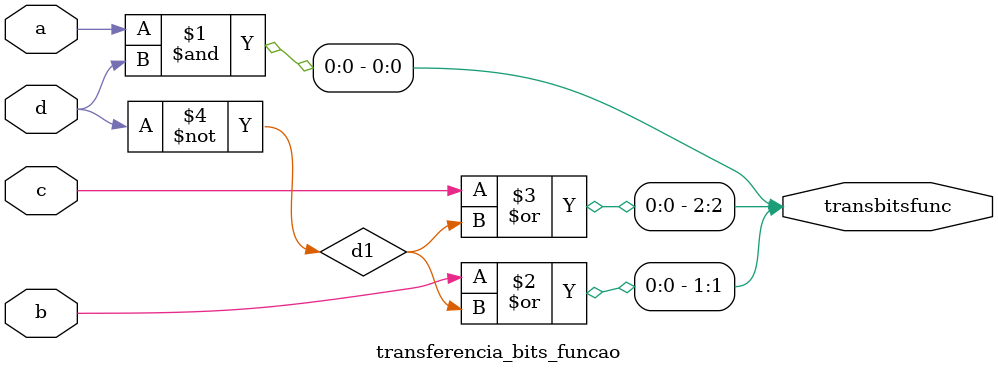
<source format=v>
module transferencia_bits_funcao(
	input a,b,c,d,
	output wire [2:0] transbitsfunc
);
//saida 1
and and0(transbitsfunc[0],a,d);
not not0(d1,d);
//saida 2
or or0(transbitsfunc[1],b,d1);
//saida 3
or or1(transbitsfunc[2],c,d1);
endmodule 
//transfere bits da funcionalidade caso o perfil da interface 1 tenha acesso a ela ou 011
</source>
